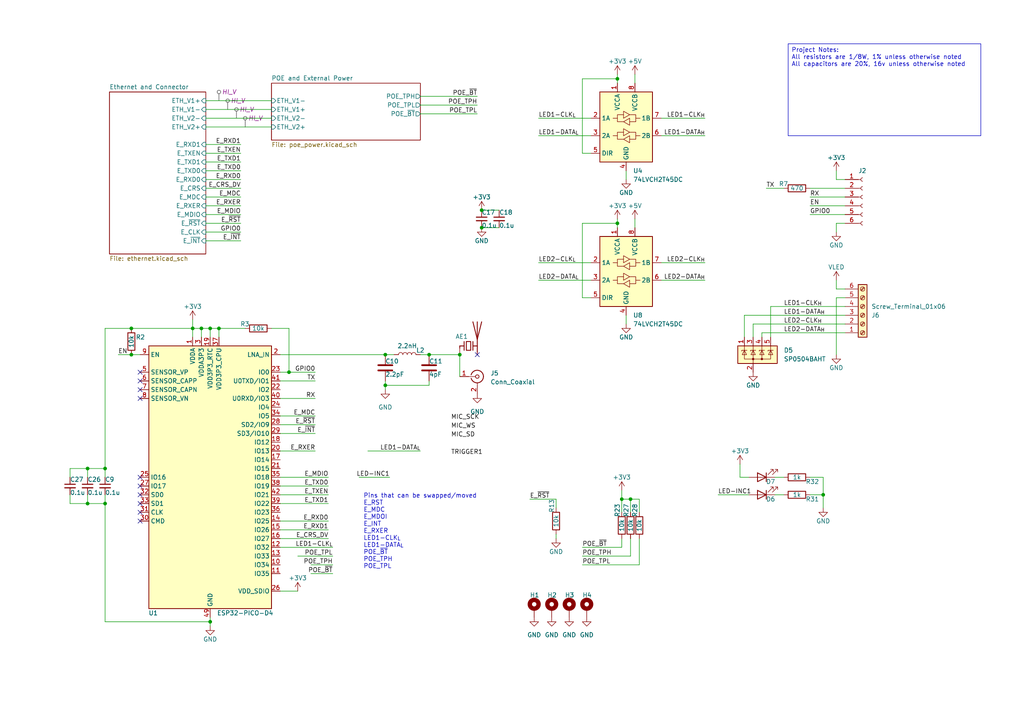
<source format=kicad_sch>
(kicad_sch (version 20230121) (generator eeschema)
  (paper "A4")
  (title_block (title "Addressable LED Controller") (date "2023-07-30") (rev "4.0") (comment 1 "Jamal Bouajjaj"))
  (lib_symbols
    (symbol "Connector:Conn_01x06_Female" (pin_names (offset 1.016) hide)
      (property "Reference" "J" (at 0 7.62 0))
      (property "Value" "Conn_01x06_Female" (at 0 -10.16 0))
      (symbol "Conn_01x06_Female_1_1"
        (arc (start 0 -7.112) (mid -0.5058 -7.62) (end 0 -8.128) (stroke (width 0.1524)))
        (arc (start 0 -4.572) (mid -0.5058 -5.08) (end 0 -5.588) (stroke (width 0.1524)))
        (arc (start 0 -2.032) (mid -0.5058 -2.54) (end 0 -3.048) (stroke (width 0.1524)))
        (polyline (pts (xy -1.27 -7.62) (xy -0.508 -7.62)) (stroke (width 0.1524)))
        (polyline (pts (xy -1.27 -5.08) (xy -0.508 -5.08)) (stroke (width 0.1524)))
        (polyline (pts (xy -1.27 -2.54) (xy -0.508 -2.54)) (stroke (width 0.1524)))
        (polyline (pts (xy -1.27 0) (xy -0.508 0)) (stroke (width 0.1524)))
        (polyline (pts (xy -1.27 2.54) (xy -0.508 2.54)) (stroke (width 0.1524)))
        (polyline (pts (xy -1.27 5.08) (xy -0.508 5.08)) (stroke (width 0.1524)))
        (arc (start 0 0.508) (mid -0.5058 0) (end 0 -0.508) (stroke (width 0.1524)))
        (arc (start 0 3.048) (mid -0.5058 2.54) (end 0 2.032) (stroke (width 0.1524)))
        (arc (start 0 5.588) (mid -0.5058 5.08) (end 0 4.572) (stroke (width 0.1524)))
        (pin passive line (at -5.08 5.08 0) (length 3.81) (name "Pin_1") (number "1"))
        (pin passive line (at -5.08 2.54 0) (length 3.81) (name "Pin_2") (number "2"))
        (pin passive line (at -5.08 0 0) (length 3.81) (name "Pin_3") (number "3"))
        (pin passive line (at -5.08 -2.54 0) (length 3.81) (name "Pin_4") (number "4"))
        (pin passive line (at -5.08 -5.08 0) (length 3.81) (name "Pin_5") (number "5"))
        (pin passive line (at -5.08 -7.62 0) (length 3.81) (name "Pin_6") (number "6"))
      )
    )
    (symbol "Connector:Conn_Coaxial" (pin_names (offset 1.016) hide)
      (property "Reference" "J" (at 0.254 3.048 0))
      (property "Value" "Conn_Coaxial" (at 2.921 0 90))
      (symbol "Conn_Coaxial_0_1"
        (arc (start -1.778 -0.508) (mid 0.2311 -1.8066) (end 1.778 0) (stroke (width 0.254)))
        (polyline (pts (xy -2.54 0) (xy -0.508 0)))
        (polyline (pts (xy 0 -2.54) (xy 0 -1.778)))
        (circle (center 0 0) (radius 0.508) (stroke (width 0.2032)))
        (arc (start 1.778 0) (mid 0.2099 1.8101) (end -1.778 0.508) (stroke (width 0.254)))
      )
      (symbol "Conn_Coaxial_1_1"
        (pin passive line (at -5.08 0 0) (length 2.54) (name "In") (number "1"))
        (pin passive line (at 0 -5.08 90) (length 2.54) (name "Ext") (number "2"))
      )
    )
    (symbol "Connector:Screw_Terminal_01x06" (pin_names (offset 1.016) hide)
      (property "Reference" "J" (at 0 7.62 0))
      (property "Value" "Screw_Terminal_01x06" (at 0 -10.16 0))
      (symbol "Screw_Terminal_01x06_1_1"
        (rectangle (start -1.27 6.35) (end 1.27 -8.89) (stroke (width 0.254)) (fill (type background)))
        (circle (center 0 -7.62) (radius 0.635) (stroke (width 0.1524)))
        (circle (center 0 -5.08) (radius 0.635) (stroke (width 0.1524)))
        (circle (center 0 -2.54) (radius 0.635) (stroke (width 0.1524)))
        (polyline (pts (xy -0.5334 -7.2898) (xy 0.3302 -8.128)) (stroke (width 0.1524)))
        (polyline (pts (xy -0.5334 -4.7498) (xy 0.3302 -5.588)) (stroke (width 0.1524)))
        (polyline (pts (xy -0.5334 -2.2098) (xy 0.3302 -3.048)) (stroke (width 0.1524)))
        (polyline (pts (xy -0.5334 0.3302) (xy 0.3302 -0.508)) (stroke (width 0.1524)))
        (polyline (pts (xy -0.5334 2.8702) (xy 0.3302 2.032)) (stroke (width 0.1524)))
        (polyline (pts (xy -0.5334 5.4102) (xy 0.3302 4.572)) (stroke (width 0.1524)))
        (polyline (pts (xy -0.3556 -7.112) (xy 0.508 -7.9502)) (stroke (width 0.1524)))
        (polyline (pts (xy -0.3556 -4.572) (xy 0.508 -5.4102)) (stroke (width 0.1524)))
        (polyline (pts (xy -0.3556 -2.032) (xy 0.508 -2.8702)) (stroke (width 0.1524)))
        (polyline (pts (xy -0.3556 0.508) (xy 0.508 -0.3302)) (stroke (width 0.1524)))
        (polyline (pts (xy -0.3556 3.048) (xy 0.508 2.2098)) (stroke (width 0.1524)))
        (polyline (pts (xy -0.3556 5.588) (xy 0.508 4.7498)) (stroke (width 0.1524)))
        (circle (center 0 0) (radius 0.635) (stroke (width 0.1524)))
        (circle (center 0 2.54) (radius 0.635) (stroke (width 0.1524)))
        (circle (center 0 5.08) (radius 0.635) (stroke (width 0.1524)))
        (pin passive line (at -5.08 5.08 0) (length 3.81) (name "Pin_1") (number "1"))
        (pin passive line (at -5.08 2.54 0) (length 3.81) (name "Pin_2") (number "2"))
        (pin passive line (at -5.08 0 0) (length 3.81) (name "Pin_3") (number "3"))
        (pin passive line (at -5.08 -2.54 0) (length 3.81) (name "Pin_4") (number "4"))
        (pin passive line (at -5.08 -5.08 0) (length 3.81) (name "Pin_5") (number "5"))
        (pin passive line (at -5.08 -7.62 0) (length 3.81) (name "Pin_6") (number "6"))
      )
    )
    (symbol "Device:Antenna_Chip" (pin_numbers hide) (pin_names (offset 1.016) hide)
      (property "Reference" "AE" (at 0 5.08 0))
      (property "Value" "Antenna_Chip" (at 0 3.175 0))
      (symbol "Antenna_Chip_0_1"
        (polyline (pts (xy -2.54 0) (xy -2.54 -0.635)) (stroke (width 0.254)))
        (polyline (pts (xy -2.54 0) (xy -1.27 0)) (stroke (width 0.254)))
        (polyline (pts (xy 1.27 0) (xy 2.54 0)) (stroke (width 0.254)))
        (polyline (pts (xy 1.27 1.27) (xy 1.27 -1.27)) (stroke (width 0.254)))
        (polyline (pts (xy 2.54 -0.635) (xy 2.54 0)))
        (polyline (pts (xy 2.54 6.985) (xy 2.54 -1.905)) (stroke (width 0.254)))
        (polyline (pts (xy -1.27 1.27) (xy -1.27 -1.27) (xy -1.27 0)) (stroke (width 0.254)))
        (polyline (pts (xy 3.81 6.985) (xy 2.54 1.905) (xy 1.27 6.985)) (stroke (width 0.254)))
        (polyline (pts (xy -0.635 1.27) (xy 0.635 1.27) (xy 0.635 -1.27) (xy -0.635 -1.27) (xy -0.635 1.27)) (stroke (width 0.254)))
      )
      (symbol "Antenna_Chip_1_1"
        (pin input line (at -2.54 -2.54 90) (length 2.54) (name "FEED") (number "1"))
        (pin passive line (at 2.54 -2.54 90) (length 2.54) (name "PCB_Trace") (number "2"))
      )
    )
    (symbol "Device:C" (pin_numbers hide) (pin_names (offset 0.254))
      (property "Reference" "C" (at 0.635 2.54 0))
      (property "Value" "C" (at 0.635 -2.54 0))
      (symbol "C_0_1"
        (polyline (pts (xy -2.032 -0.762) (xy 2.032 -0.762)) (stroke (width 0.508)))
        (polyline (pts (xy -2.032 0.762) (xy 2.032 0.762)) (stroke (width 0.508)))
      )
      (symbol "C_1_1"
        (pin passive line (at 0 3.81 270) (length 2.794) (name "~") (number "1"))
        (pin passive line (at 0 -3.81 90) (length 2.794) (name "~") (number "2"))
      )
    )
    (symbol "Device:C_Small" (pin_numbers hide) (pin_names (offset 0.254) hide)
      (property "Reference" "C" (at 0.254 1.778 0))
      (property "Value" "C_Small" (at 0.254 -2.032 0))
      (symbol "C_Small_0_1"
        (polyline (pts (xy -1.524 -0.508) (xy 1.524 -0.508)) (stroke (width 0.3302)))
        (polyline (pts (xy -1.524 0.508) (xy 1.524 0.508)) (stroke (width 0.3048)))
      )
      (symbol "C_Small_1_1"
        (pin passive line (at 0 2.54 270) (length 2.032) (name "~") (number "1"))
        (pin passive line (at 0 -2.54 90) (length 2.032) (name "~") (number "2"))
      )
    )
    (symbol "Device:L" (pin_numbers hide) (pin_names (offset 1.016) hide)
      (property "Reference" "L" (at -1.27 0 90))
      (property "Value" "L" (at 1.905 0 90))
      (symbol "L_0_1"
        (arc (start 0 -2.54) (mid 0.6323 -1.905) (end 0 -1.27))
        (arc (start 0 -1.27) (mid 0.6323 -0.635) (end 0 0))
        (arc (start 0 0) (mid 0.6323 0.635) (end 0 1.27))
        (arc (start 0 1.27) (mid 0.6323 1.905) (end 0 2.54))
      )
      (symbol "L_1_1"
        (pin passive line (at 0 3.81 270) (length 1.27) (name "1") (number "1"))
        (pin passive line (at 0 -3.81 90) (length 1.27) (name "2") (number "2"))
      )
    )
    (symbol "Device:LED" (pin_numbers hide) (pin_names (offset 1.016) hide)
      (property "Reference" "D" (at 0 2.54 0))
      (property "Value" "LED" (at 0 -2.54 0))
      (symbol "LED_0_1"
        (polyline (pts (xy -1.27 -1.27) (xy -1.27 1.27)) (stroke (width 0.254)))
        (polyline (pts (xy -1.27 0) (xy 1.27 0)))
        (polyline (pts (xy 1.27 -1.27) (xy 1.27 1.27) (xy -1.27 0) (xy 1.27 -1.27)) (stroke (width 0.254)))
        (polyline (pts (xy -3.048 -0.762) (xy -4.572 -2.286) (xy -3.81 -2.286) (xy -4.572 -2.286) (xy -4.572 -1.524)))
        (polyline (pts (xy -1.778 -0.762) (xy -3.302 -2.286) (xy -2.54 -2.286) (xy -3.302 -2.286) (xy -3.302 -1.524)))
      )
      (symbol "LED_1_1"
        (pin passive line (at -3.81 0 0) (length 2.54) (name "K") (number "1"))
        (pin passive line (at 3.81 0 180) (length 2.54) (name "A") (number "2"))
      )
    )
    (symbol "Device:R" (pin_numbers hide) (pin_names (offset 0))
      (property "Reference" "R" (at 2.032 0 90))
      (property "Value" "R" (at 0 0 90))
      (symbol "R_0_1"
        (rectangle (start -1.016 -2.54) (end 1.016 2.54) (stroke (width 0.254)))
      )
      (symbol "R_1_1"
        (pin passive line (at 0 3.81 270) (length 1.27) (name "~") (number "1"))
        (pin passive line (at 0 -3.81 90) (length 1.27) (name "~") (number "2"))
      )
    )
    (symbol "Logic_LevelTranslator:74LVCH2T45DC"
      (property "Reference" "U" (at 6.35 -11.43 0))
      (property "Value" "74LVCH2T45DC" (at 10.16 11.43 0))
      (symbol "74LVCH2T45DC_1_1"
        (rectangle (start -7.62 10.16) (end 7.62 -10.16) (stroke (width 0.254)) (fill (type background)))
        (polyline (pts (xy -2.54 -2.54) (xy -2.54 -1.524) (xy -0.762 -1.524)))
        (polyline (pts (xy -2.54 2.54) (xy -2.54 3.556) (xy -0.762 3.556)))
        (polyline (pts (xy 2.794 -2.54) (xy 2.794 -3.556) (xy 1.016 -3.556)))
        (polyline (pts (xy 2.794 2.54) (xy 2.794 1.524) (xy 1.016 1.524)))
        (polyline (pts (xy -0.762 -3.556) (xy -2.54 -3.556) (xy -2.54 -2.54) (xy -3.81 -2.54)))
        (polyline (pts (xy -0.762 -2.54) (xy -0.762 -0.508) (xy 1.016 -1.524) (xy -0.762 -2.54)))
        (polyline (pts (xy -0.762 1.524) (xy -2.54 1.524) (xy -2.54 2.54) (xy -3.81 2.54)))
        (polyline (pts (xy -0.762 2.54) (xy -0.762 4.572) (xy 1.016 3.556) (xy -0.762 2.54)))
        (polyline (pts (xy 1.016 -1.524) (xy 2.794 -1.524) (xy 2.794 -2.54) (xy 4.064 -2.54)))
        (polyline (pts (xy 1.016 3.556) (xy 2.794 3.556) (xy 2.794 2.54) (xy 4.064 2.54)))
        (polyline (pts (xy 1.016 -2.54) (xy 1.016 -4.318) (xy 1.016 -4.572) (xy -0.762 -3.556) (xy 1.016 -2.54)))
        (polyline (pts (xy 1.016 2.54) (xy 1.016 0.762) (xy 1.016 0.508) (xy -0.762 1.524) (xy 1.016 2.54)))
        (pin power_in line (at -2.54 12.7 270) (length 2.54) (name "VCCA") (number "1"))
        (pin bidirectional line (at -10.16 2.54 0) (length 2.54) (name "1A") (number "2"))
        (pin bidirectional line (at -10.16 -2.54 0) (length 2.54) (name "2A") (number "3"))
        (pin power_in line (at 0 -12.7 90) (length 2.54) (name "GND") (number "4"))
        (pin input line (at -10.16 -7.62 0) (length 2.54) (name "DIR") (number "5"))
        (pin bidirectional line (at 10.16 -2.54 180) (length 2.54) (name "2B") (number "6"))
        (pin bidirectional line (at 10.16 2.54 180) (length 2.54) (name "1B") (number "7"))
        (pin power_in line (at 2.54 12.7 270) (length 2.54) (name "VCCB") (number "8"))
      )
    )
    (symbol "Mechanical:MountingHole_Pad" (pin_numbers hide) (pin_names (offset 1.016) hide)
      (property "Reference" "H" (at 0 6.35 0))
      (property "Value" "MountingHole_Pad" (at 0 4.445 0))
      (symbol "MountingHole_Pad_0_1"
        (circle (center 0 1.27) (radius 1.27) (stroke (width 1.27)))
      )
      (symbol "MountingHole_Pad_1_1"
        (pin input line (at 0 -2.54 90) (length 2.54) (name "1") (number "1"))
      )
    )
    (symbol "Power_Protection:SP0504BAHT" (pin_names hide)
      (property "Reference" "D" (at 7.62 2.54 0))
      (property "Value" "SP0504BAHT" (at 7.62 0.635 0))
      (symbol "SP0504BAHT_0_0"
        (pin passive line (at 0 -5.08 90) (length 2.54) (name "A") (number "2"))
      )
      (symbol "SP0504BAHT_0_1"
        (rectangle (start -4.445 2.54) (end 6.985 -2.54) (stroke (width 0.254)) (fill (type background)))
        (circle (center 0 -1.27) (radius 0.254) (fill (type outline)))
        (polyline (pts (xy -2.54 2.54) (xy -2.54 1.27)))
        (polyline (pts (xy 0 -1.27) (xy 0 -2.54)))
        (polyline (pts (xy 0 -1.27) (xy 0 1.27)))
        (polyline (pts (xy 0 2.54) (xy 0 1.27)))
        (polyline (pts (xy 2.54 2.54) (xy 2.54 1.27)))
        (polyline (pts (xy 5.08 2.54) (xy 5.08 1.27)))
        (polyline (pts (xy -3.302 1.016) (xy -3.302 1.27) (xy -1.778 1.27)))
        (polyline (pts (xy 0.762 1.27) (xy -0.762 1.27) (xy -0.762 1.016)))
        (polyline (pts (xy 5.08 1.27) (xy 5.08 -1.27) (xy 2.54 -1.27)))
        (polyline (pts (xy -2.54 1.27) (xy -2.54 -1.27) (xy 2.54 -1.27) (xy 2.54 1.27)))
        (polyline (pts (xy -2.54 1.27) (xy -1.905 0) (xy -3.175 0) (xy -2.54 1.27)))
        (polyline (pts (xy 0.635 0) (xy -0.635 0) (xy 0 1.27) (xy 0.635 0)))
        (polyline (pts (xy 1.778 1.016) (xy 1.778 1.27) (xy 3.175 1.27) (xy 3.302 1.27)))
        (polyline (pts (xy 2.54 1.27) (xy 1.905 0) (xy 3.175 0) (xy 2.54 1.27)))
        (polyline (pts (xy 4.318 1.016) (xy 4.318 1.27) (xy 5.715 1.27) (xy 5.842 1.27)))
        (polyline (pts (xy 5.08 1.27) (xy 4.445 0) (xy 5.715 0) (xy 5.08 1.27)))
        (circle (center 2.54 -1.27) (radius 0.254) (fill (type outline)))
      )
      (symbol "SP0504BAHT_1_1"
        (pin passive line (at -2.54 5.08 270) (length 2.54) (name "K") (number "1"))
        (pin passive line (at 0 5.08 270) (length 2.54) (name "K") (number "3"))
        (pin passive line (at 2.54 5.08 270) (length 2.54) (name "K") (number "4"))
        (pin passive line (at 5.08 5.08 270) (length 2.54) (name "K") (number "5"))
      )
    )
    (symbol "ProjectLibrary:VLED" (power) (pin_names (offset 0))
      (property "Value" "VLED" (at 0 3.81 0))
      (symbol "VLED_0_1"
        (polyline (pts (xy -0.762 1.27) (xy 0 2.54)))
        (polyline (pts (xy 0 0) (xy 0 2.54)))
        (polyline (pts (xy 0 2.54) (xy 0.762 1.27)))
      )
      (symbol "VLED_1_1"
        (pin power_in line (at 0 0 90) (length 0) hide (name "VLED") (number "1"))
      )
    )
    (symbol "RF_Module:ESP32-PICO-D4"
      (property "Reference" "U" (at -17.78 39.37 0))
      (property "Value" "ESP32-PICO-D4" (at 3.81 39.37 0))
      (symbol "ESP32-PICO-D4_0_0"
        (pin power_in line (at -5.08 40.64 270) (length 2.54) (name "VDDA") (number "1"))
        (pin input line (at 20.32 -25.4 180) (length 2.54) (name "IO34") (number "10"))
        (pin input line (at 20.32 -27.94 180) (length 2.54) (name "IO35") (number "11"))
        (pin bidirectional line (at 20.32 -20.32 180) (length 2.54) (name "IO32") (number "12"))
        (pin bidirectional line (at 20.32 -22.86 180) (length 2.54) (name "IO33") (number "13"))
        (pin bidirectional line (at 20.32 -12.7 180) (length 2.54) (name "IO25") (number "14"))
        (pin bidirectional line (at 20.32 -15.24 180) (length 2.54) (name "IO26") (number "15"))
        (pin bidirectional line (at 20.32 -17.78 180) (length 2.54) (name "IO27") (number "16"))
        (pin bidirectional line (at 20.32 5.08 180) (length 2.54) (name "IO14") (number "17"))
        (pin bidirectional line (at 20.32 10.16 180) (length 2.54) (name "IO12") (number "18"))
        (pin power_in line (at 0 40.64 270) (length 2.54) (name "VDD3P3_RTC") (number "19"))
        (pin bidirectional line (at 20.32 35.56 180) (length 2.54) (name "LNA_IN") (number "2"))
        (pin bidirectional line (at 20.32 7.62 180) (length 2.54) (name "IO13") (number "20"))
        (pin bidirectional line (at 20.32 2.54 180) (length 2.54) (name "IO15") (number "21"))
        (pin bidirectional line (at 20.32 25.4 180) (length 2.54) (name "IO2") (number "22"))
        (pin bidirectional line (at 20.32 30.48 180) (length 2.54) (name "IO0") (number "23"))
        (pin bidirectional line (at 20.32 20.32 180) (length 2.54) (name "IO4") (number "24"))
        (pin bidirectional line (at -20.32 0 0) (length 2.54) (name "IO16") (number "25"))
        (pin power_out line (at 20.32 -33.02 180) (length 2.54) (name "VDD_SDIO") (number "26"))
        (pin bidirectional line (at -20.32 -2.54 0) (length 2.54) (name "IO17") (number "27"))
        (pin bidirectional line (at 20.32 15.24 180) (length 2.54) (name "SD2/IO9") (number "28"))
        (pin bidirectional line (at 20.32 12.7 180) (length 2.54) (name "SD3/IO10") (number "29"))
        (pin power_in line (at -2.54 40.64 270) (length 2.54) (name "VDDA3P3") (number "3"))
        (pin bidirectional line (at -20.32 -12.7 0) (length 2.54) (name "CMD") (number "30"))
        (pin bidirectional line (at -20.32 -10.16 0) (length 2.54) (name "CLK") (number "31"))
        (pin bidirectional line (at -20.32 -5.08 0) (length 2.54) (name "SD0") (number "32"))
        (pin bidirectional line (at -20.32 -7.62 0) (length 2.54) (name "SD1") (number "33"))
        (pin bidirectional line (at 20.32 17.78 180) (length 2.54) (name "IO5") (number "34"))
        (pin bidirectional line (at 20.32 0 180) (length 2.54) (name "IO18") (number "35"))
        (pin bidirectional line (at 20.32 -10.16 180) (length 2.54) (name "IO23") (number "36"))
        (pin power_in line (at 2.54 40.64 270) (length 2.54) (name "VDD3P3_CPU") (number "37"))
        (pin bidirectional line (at 20.32 -2.54 180) (length 2.54) (name "IO19") (number "38"))
        (pin bidirectional line (at 20.32 -7.62 180) (length 2.54) (name "IO22") (number "39"))
        (pin passive line (at -2.54 40.64 270) (length 2.54) hide (name "VDDA3P3") (number "4"))
        (pin bidirectional line (at 20.32 22.86 180) (length 2.54) (name "U0RXD/IO3") (number "40"))
        (pin bidirectional line (at 20.32 27.94 180) (length 2.54) (name "U0TXD/IO1") (number "41"))
        (pin bidirectional line (at 20.32 -5.08 180) (length 2.54) (name "IO21") (number "42"))
        (pin passive line (at -5.08 40.64 270) (length 2.54) hide (name "VDDA") (number "43"))
        (pin no_connect line (at -17.78 -25.4 0) (length 2.54) hide (name "XTAL_N_NC") (number "44"))
        (pin no_connect line (at -17.78 -27.94 0) (length 2.54) hide (name "XTAL_P_NC") (number "45"))
        (pin passive line (at -5.08 40.64 270) (length 2.54) hide (name "VDDA") (number "46"))
        (pin no_connect line (at -17.78 -30.48 0) (length 2.54) hide (name "CAP2_NC") (number "47"))
        (pin no_connect line (at -17.78 -33.02 0) (length 2.54) hide (name "CAP1_NC") (number "48"))
        (pin power_in line (at 0 -40.64 90) (length 2.54) (name "GND") (number "49"))
        (pin input line (at -20.32 30.48 0) (length 2.54) (name "SENSOR_VP") (number "5"))
        (pin input line (at -20.32 27.94 0) (length 2.54) (name "SENSOR_CAPP") (number "6"))
        (pin input line (at -20.32 25.4 0) (length 2.54) (name "SENSOR_CAPN") (number "7"))
        (pin input line (at -20.32 22.86 0) (length 2.54) (name "SENSOR_VN") (number "8"))
        (pin input line (at -20.32 35.56 0) (length 2.54) (name "EN") (number "9"))
      )
      (symbol "ESP32-PICO-D4_0_1"
        (rectangle (start -17.78 38.1) (end 17.78 -38.1) (stroke (width 0.254)) (fill (type background)))
      )
    )
    (symbol "power:+3.3V" (power) (pin_names (offset 0))
      (property "Value" "+3.3V" (at 0 3.556 0))
      (symbol "+3.3V_0_1"
        (polyline (pts (xy -0.762 1.27) (xy 0 2.54)))
        (polyline (pts (xy 0 0) (xy 0 2.54)))
        (polyline (pts (xy 0 2.54) (xy 0.762 1.27)))
      )
      (symbol "+3.3V_1_1"
        (pin power_in line (at 0 0 90) (length 0) hide (name "+3V3") (number "1"))
      )
    )
    (symbol "power:+3V3" (power) (pin_names (offset 0))
      (property "Value" "+3V3" (at 0 3.556 0))
      (symbol "+3V3_0_1"
        (polyline (pts (xy -0.762 1.27) (xy 0 2.54)))
        (polyline (pts (xy 0 0) (xy 0 2.54)))
        (polyline (pts (xy 0 2.54) (xy 0.762 1.27)))
      )
      (symbol "+3V3_1_1"
        (pin power_in line (at 0 0 90) (length 0) hide (name "+3V3") (number "1"))
      )
    )
    (symbol "power:+5V" (power) (pin_names (offset 0))
      (property "Value" "+5V" (at 0 3.556 0))
      (symbol "+5V_0_1"
        (polyline (pts (xy -0.762 1.27) (xy 0 2.54)))
        (polyline (pts (xy 0 0) (xy 0 2.54)))
        (polyline (pts (xy 0 2.54) (xy 0.762 1.27)))
      )
      (symbol "+5V_1_1"
        (pin power_in line (at 0 0 90) (length 0) hide (name "+5V") (number "1"))
      )
    )
    (symbol "power:GND" (power) (pin_names (offset 0))
      (property "Value" "GND" (at 0 -3.81 0))
      (symbol "GND_0_1"
        (polyline (pts (xy 0 0) (xy 0 -1.27) (xy 1.27 -1.27) (xy 0 -2.54) (xy -1.27 -1.27) (xy 0 -1.27)))
      )
      (symbol "GND_1_1"
        (pin power_in line (at 0 0 270) (length 0) hide (name "GND") (number "1"))
      )
    )
  )
  (junction (at 55.88 95.25) (diameter 0.9144))
  (junction (at 38.1 102.87))
  (junction (at 238.76 143.51))
  (junction (at 60.96 95.25) (diameter 0.9144))
  (junction (at 180.34 144.78))
  (junction (at 30.48 135.89))
  (junction (at 179.07 64.77))
  (junction (at 182.88 144.78))
  (junction (at 139.7 66.04))
  (junction (at 139.7 60.96))
  (junction (at 60.96 180.34) (diameter 0.9144))
  (junction (at 111.76 111.76) (diameter 0.9144))
  (junction (at 30.48 146.05))
  (junction (at 25.4 146.05))
  (junction (at 83.82 107.95))
  (junction (at 25.4 135.89))
  (junction (at 111.76 102.87) (diameter 0.9144))
  (junction (at 179.07 22.86))
  (junction (at 63.5 95.25))
  (junction (at 133.35 102.87))
  (junction (at 58.42 95.25) (diameter 0.9144))
  (junction (at 124.46 102.87) (diameter 0.9144))
  (junction (at 38.1 95.25))
  (no_connect (at 40.64 140.97))
  (no_connect (at 40.64 113.03))
  (no_connect (at 40.64 107.95))
  (no_connect (at 40.64 146.05))
  (no_connect (at 40.64 138.43))
  (no_connect (at 40.64 148.59))
  (no_connect (at 40.64 115.57))
  (no_connect (at 40.64 151.13))
  (no_connect (at 40.64 110.49))
  (no_connect (at 138.43 102.87))
  (no_connect (at 40.64 143.51))
  (wire (pts (xy 69.85 49.53) (xy 59.69 49.53)))
  (wire (pts (xy 234.95 138.43) (xy 238.76 138.43)))
  (wire (pts (xy 58.42 95.25) (xy 60.96 95.25)))
  (wire (pts (xy 234.95 62.23) (xy 245.11 62.23)))
  (wire (pts (xy 69.85 44.45) (xy 59.69 44.45)))
  (wire (pts (xy 242.57 81.28) (xy 242.57 83.82)))
  (wire (pts (xy 86.36 171.45) (xy 81.28 171.45)))
  (wire (pts (xy 96.52 166.37) (xy 90.17 166.37)))
  (wire (pts (xy 69.85 54.61) (xy 59.69 54.61)))
  (wire (pts (xy 34.29 102.87) (xy 38.1 102.87)))
  (wire (pts (xy 156.21 39.37) (xy 171.45 39.37)))
  (wire (pts (xy 69.85 41.91) (xy 59.69 41.91)))
  (wire (pts (xy 20.32 146.05) (xy 25.4 146.05)))
  (wire (pts (xy 171.45 44.45) (xy 168.91 44.45)))
  (wire (pts (xy 124.46 110.49) (xy 124.46 111.76)))
  (wire (pts (xy 83.82 95.25) (xy 83.82 107.95)))
  (wire (pts (xy 218.44 97.79) (xy 218.44 93.98)))
  (wire (pts (xy 224.79 143.51) (xy 227.33 143.51)))
  (wire (pts (xy 179.07 64.77) (xy 179.07 66.04)))
  (wire (pts (xy 30.48 143.51) (xy 30.48 146.05)))
  (wire (pts (xy 86.36 161.29) (xy 96.52 161.29)))
  (wire (pts (xy 95.25 151.13) (xy 81.28 151.13)))
  (wire (pts (xy 171.45 86.36) (xy 168.91 86.36)))
  (wire (pts (xy 156.21 81.28) (xy 171.45 81.28)))
  (wire (pts (xy 121.92 130.81) (xy 106.68 130.81)))
  (wire (pts (xy 168.91 44.45) (xy 168.91 22.86)))
  (wire (pts (xy 111.76 111.76) (xy 111.76 110.49)))
  (wire (pts (xy 83.82 107.95) (xy 91.44 107.95)))
  (wire (pts (xy 38.1 102.87) (xy 40.64 102.87)))
  (wire (pts (xy 55.88 95.25) (xy 58.42 95.25)))
  (wire (pts (xy 161.29 144.78) (xy 161.29 147.32)))
  (wire (pts (xy 180.34 144.78) (xy 180.34 148.59)))
  (wire (pts (xy 81.28 102.87) (xy 111.76 102.87)))
  (wire (pts (xy 185.42 144.78) (xy 185.42 148.59)))
  (wire (pts (xy 184.15 21.59) (xy 184.15 24.13)))
  (wire (pts (xy 69.85 46.99) (xy 59.69 46.99)))
  (wire (pts (xy 60.96 180.34) (xy 60.96 179.07)))
  (wire (pts (xy 168.91 86.36) (xy 168.91 64.77)))
  (wire (pts (xy 25.4 143.51) (xy 25.4 146.05)))
  (wire (pts (xy 60.96 95.25) (xy 60.96 97.79)))
  (wire (pts (xy 181.61 49.53) (xy 181.61 52.07)))
  (wire (pts (xy 121.92 33.02) (xy 138.43 33.02)))
  (wire (pts (xy 81.28 125.73) (xy 91.44 125.73)))
  (wire (pts (xy 25.4 135.89) (xy 30.48 135.89)))
  (wire (pts (xy 96.52 163.83) (xy 90.17 163.83)))
  (wire (pts (xy 182.88 156.21) (xy 182.88 161.29)))
  (wire (pts (xy 168.91 64.77) (xy 179.07 64.77)))
  (wire (pts (xy 91.44 130.81) (xy 81.28 130.81)))
  (wire (pts (xy 223.52 97.79) (xy 223.52 88.9)))
  (wire (pts (xy 69.85 57.15) (xy 59.69 57.15)))
  (wire (pts (xy 139.7 60.96) (xy 144.78 60.96)))
  (wire (pts (xy 179.07 63.5) (xy 179.07 64.77)))
  (wire (pts (xy 81.28 120.65) (xy 91.44 120.65)))
  (wire (pts (xy 242.57 49.53) (xy 242.57 52.07)))
  (wire (pts (xy 242.57 52.07) (xy 245.11 52.07)))
  (wire (pts (xy 95.25 143.51) (xy 81.28 143.51)))
  (wire (pts (xy 156.21 76.2) (xy 171.45 76.2)))
  (wire (pts (xy 180.34 144.78) (xy 182.88 144.78)))
  (wire (pts (xy 63.5 95.25) (xy 60.96 95.25)))
  (wire (pts (xy 59.69 36.83) (xy 78.74 36.83)))
  (wire (pts (xy 121.92 27.94) (xy 138.43 27.94)))
  (wire (pts (xy 191.77 81.28) (xy 204.47 81.28)))
  (wire (pts (xy 180.34 142.24) (xy 180.34 144.78)))
  (wire (pts (xy 63.5 95.25) (xy 63.5 97.79)))
  (wire (pts (xy 58.42 95.25) (xy 58.42 97.79)))
  (wire (pts (xy 25.4 146.05) (xy 30.48 146.05)))
  (wire (pts (xy 60.96 181.61) (xy 60.96 180.34)))
  (wire (pts (xy 234.95 57.15) (xy 245.11 57.15)))
  (wire (pts (xy 222.25 54.61) (xy 227.33 54.61)))
  (wire (pts (xy 185.42 163.83) (xy 168.91 163.83)))
  (wire (pts (xy 55.88 92.71) (xy 55.88 95.25)))
  (wire (pts (xy 30.48 135.89) (xy 30.48 138.43)))
  (wire (pts (xy 242.57 86.36) (xy 242.57 102.87)))
  (wire (pts (xy 113.03 138.43) (xy 104.14 138.43)))
  (wire (pts (xy 238.76 143.51) (xy 238.76 147.32)))
  (wire (pts (xy 208.28 143.51) (xy 217.17 143.51)))
  (wire (pts (xy 30.48 146.05) (xy 30.48 180.34)))
  (wire (pts (xy 20.32 138.43) (xy 20.32 135.89)))
  (wire (pts (xy 182.88 144.78) (xy 185.42 144.78)))
  (wire (pts (xy 55.88 95.25) (xy 55.88 97.79)))
  (wire (pts (xy 95.25 153.67) (xy 81.28 153.67)))
  (wire (pts (xy 185.42 163.83) (xy 185.42 156.21)))
  (wire (pts (xy 191.77 76.2) (xy 204.47 76.2)))
  (wire (pts (xy 179.07 21.59) (xy 179.07 22.86)))
  (wire (pts (xy 153.67 144.78) (xy 161.29 144.78)))
  (wire (pts (xy 242.57 64.77) (xy 245.11 64.77)))
  (wire (pts (xy 242.57 67.31) (xy 242.57 64.77)))
  (wire (pts (xy 81.28 115.57) (xy 91.44 115.57)))
  (wire (pts (xy 214.63 138.43) (xy 217.17 138.43)))
  (wire (pts (xy 215.9 91.44) (xy 245.11 91.44)))
  (wire (pts (xy 220.98 96.52) (xy 245.11 96.52)))
  (wire (pts (xy 69.85 62.23) (xy 59.69 62.23)))
  (wire (pts (xy 95.25 156.21) (xy 81.28 156.21)))
  (wire (pts (xy 223.52 88.9) (xy 245.11 88.9)))
  (wire (pts (xy 180.34 156.21) (xy 180.34 158.75)))
  (wire (pts (xy 63.5 95.25) (xy 71.12 95.25)))
  (wire (pts (xy 78.74 95.25) (xy 83.82 95.25)))
  (wire (pts (xy 215.9 97.79) (xy 215.9 91.44)))
  (wire (pts (xy 179.07 22.86) (xy 179.07 24.13)))
  (wire (pts (xy 124.46 102.87) (xy 133.35 102.87)))
  (wire (pts (xy 156.21 34.29) (xy 171.45 34.29)))
  (wire (pts (xy 30.48 95.25) (xy 38.1 95.25)))
  (wire (pts (xy 96.52 158.75) (xy 81.28 158.75)))
  (wire (pts (xy 180.34 158.75) (xy 168.91 158.75)))
  (wire (pts (xy 224.79 138.43) (xy 227.33 138.43)))
  (wire (pts (xy 81.28 138.43) (xy 95.25 138.43)))
  (wire (pts (xy 121.92 30.48) (xy 138.43 30.48)))
  (wire (pts (xy 81.28 123.19) (xy 91.44 123.19)))
  (wire (pts (xy 59.69 29.21) (xy 78.74 29.21)))
  (wire (pts (xy 191.77 39.37) (xy 204.47 39.37)))
  (wire (pts (xy 220.98 96.52) (xy 220.98 97.79)))
  (wire (pts (xy 25.4 138.43) (xy 25.4 135.89)))
  (wire (pts (xy 59.69 31.75) (xy 78.74 31.75)))
  (wire (pts (xy 59.69 64.77) (xy 69.85 64.77)))
  (wire (pts (xy 111.76 111.76) (xy 111.76 113.03)))
  (wire (pts (xy 38.1 95.25) (xy 55.88 95.25)))
  (wire (pts (xy 214.63 134.62) (xy 214.63 138.43)))
  (wire (pts (xy 234.95 59.69) (xy 245.11 59.69)))
  (wire (pts (xy 234.95 54.61) (xy 245.11 54.61)))
  (wire (pts (xy 238.76 138.43) (xy 238.76 143.51)))
  (wire (pts (xy 124.46 111.76) (xy 111.76 111.76)))
  (wire (pts (xy 59.69 67.31) (xy 69.85 67.31)))
  (wire (pts (xy 181.61 91.44) (xy 181.61 93.98)))
  (wire (pts (xy 20.32 143.51) (xy 20.32 146.05)))
  (wire (pts (xy 20.32 135.89) (xy 25.4 135.89)))
  (wire (pts (xy 191.77 34.29) (xy 204.47 34.29)))
  (wire (pts (xy 245.11 86.36) (xy 242.57 86.36)))
  (wire (pts (xy 234.95 143.51) (xy 238.76 143.51)))
  (wire (pts (xy 133.35 102.87) (xy 133.35 109.22)))
  (wire (pts (xy 139.7 66.04) (xy 144.78 66.04)))
  (wire (pts (xy 30.48 180.34) (xy 60.96 180.34)))
  (wire (pts (xy 161.29 156.21) (xy 161.29 154.94)))
  (wire (pts (xy 95.25 140.97) (xy 81.28 140.97)))
  (wire (pts (xy 81.28 107.95) (xy 83.82 107.95)))
  (wire (pts (xy 182.88 161.29) (xy 168.91 161.29)))
  (wire (pts (xy 242.57 83.82) (xy 245.11 83.82)))
  (wire (pts (xy 30.48 95.25) (xy 30.48 135.89)))
  (wire (pts (xy 218.44 93.98) (xy 245.11 93.98)))
  (wire (pts (xy 69.85 52.07) (xy 59.69 52.07)))
  (wire (pts (xy 182.88 144.78) (xy 182.88 148.59)))
  (wire (pts (xy 184.15 63.5) (xy 184.15 66.04)))
  (wire (pts (xy 121.92 102.87) (xy 124.46 102.87)))
  (wire (pts (xy 111.76 102.87) (xy 114.3 102.87)))
  (wire (pts (xy 95.25 146.05) (xy 81.28 146.05)))
  (wire (pts (xy 168.91 22.86) (xy 179.07 22.86)))
  (wire (pts (xy 59.69 69.85) (xy 69.85 69.85)))
  (wire (pts (xy 59.69 34.29) (xy 78.74 34.29)))
  (wire (pts (xy 81.28 110.49) (xy 91.44 110.49)))
  (wire (pts (xy 69.85 59.69) (xy 59.69 59.69)))
  (text_box "Project Notes:\nAll resistors are 1/8W, 1% unless otherwise noted\nAll capacitors are 20%, 16v unless otherwise noted" (at 228.6 12.7 0) (size 55.88 26.67) (effects (font (size 1.27 1.27)) (justify left top)))
  (text "Pins that can be swapped/moved\nE_RST\nE_MDC\nE_MDOI\nE_INT\nE_RXER\nLED1-CLK_{L}\nLED1-DATA_{L}\nPOE_~{BT}\nPOE_TPH\nPOE_TPL" (at 105.41 165.1 0) (effects (font (size 1.27 1.27)) (justify left bottom)))
  (label "E_~{INT}" (at 91.44 125.73 180))
  (label "E_MDC" (at 91.44 120.65 180))
  (label "TRIGGER1" (at 130.81 132.08 0))
  (label "TX" (at 222.25 54.61 0))
  (label "RX" (at 234.95 57.15 0))
  (label "LED-INC1" (at 208.28 143.51 0))
  (label "MIC_SD" (at 130.81 127 0))
  (label "E_RXD0" (at 95.25 151.13 180))
  (label "E_TXD0" (at 95.25 140.97 180))
  (label "EN" (at 34.29 102.87 0))
  (label "POE_TPH" (at 168.91 161.29 0))
  (label "LED2-DATA_{L}" (at 156.21 81.28 0))
  (label "LED-INC1" (at 113.03 138.43 180))
  (label "E_RXER" (at 69.85 59.69 180))
  (label "LED1-CLK_{H}" (at 227.33 88.9 0))
  (label "LED1-DATA_{H}" (at 227.33 91.44 0))
  (label "E_RXER" (at 91.44 130.81 180))
  (label "POE_TPL" (at 96.52 161.29 180))
  (label "LED2-CLK_{H}" (at 227.33 93.98 0))
  (label "LED1-CLK_{L}" (at 156.21 34.29 0))
  (label "POE_~{BT}" (at 96.52 166.37 180))
  (label "E_TXEN" (at 69.85 44.45 180))
  (label "MIC_WS" (at 130.81 124.46 0))
  (label "POE_TPH" (at 138.43 30.48 180))
  (label "E_RXD1" (at 95.25 153.67 180))
  (label "E_MDC" (at 69.85 57.15 180))
  (label "E_RXD1" (at 69.85 41.91 180))
  (label "POE_~{BT}" (at 138.43 27.94 180))
  (label "E_~{RST}" (at 91.44 123.19 180))
  (label "LED1-DATA_{L}" (at 156.21 39.37 0))
  (label "LED2-CLK_{H}" (at 204.47 76.2 180))
  (label "TX" (at 91.44 110.49 180))
  (label "LED1-CLK_{L}" (at 96.52 158.75 180))
  (label "E_MDIO" (at 95.25 138.43 180))
  (label "E_TXD1" (at 95.25 146.05 180))
  (label "LED2-DATA_{H}" (at 204.47 81.28 180))
  (label "E_~{INT}" (at 69.85 69.85 180))
  (label "RX" (at 91.44 115.57 180))
  (label "GPIO0" (at 91.44 107.95 180))
  (label "GPIO0" (at 234.95 62.23 0))
  (label "E_CRS_DV" (at 69.85 54.61 180))
  (label "E_~{RST}" (at 153.67 144.78 0))
  (label "EN" (at 234.95 59.69 0))
  (label "GPIO0" (at 69.85 67.31 180))
  (label "E_CRS_DV" (at 95.25 156.21 180))
  (label "LED1-DATA_{H}" (at 204.47 39.37 180))
  (label "LED1-DATA_{L}" (at 121.92 130.81 180))
  (label "LED2-CLK_{L}" (at 156.21 76.2 0))
  (label "E_RXD0" (at 69.85 52.07 180))
  (label "POE_TPH" (at 96.52 163.83 180))
  (label "POE_~{BT}" (at 168.91 158.75 0))
  (label "LED1-CLK_{H}" (at 204.47 34.29 180))
  (label "E_TXEN" (at 95.25 143.51 180))
  (label "E_TXD0" (at 69.85 49.53 180))
  (label "POE_TPL" (at 168.91 163.83 0))
  (label "E_MDIO" (at 69.85 62.23 180))
  (label "LED2-DATA_{H}" (at 227.33 96.52 0))
  (label "E_~{RST}" (at 69.85 64.77 180))
  (label "MIC_SCK" (at 130.81 121.92 0))
  (label "POE_TPL" (at 138.43 33.02 180))
  (label "E_TXD1" (at 69.85 46.99 180))
  (netclass_flag "" (length 2.54) (shape round) (at 68.58 34.29 0) (property "Netclass" "HI_V" (at 69.469 31.75 0) (effects (font italic) (justify left))))
  (netclass_flag "" (length 2.54) (shape round) (at 71.12 36.83 0) (property "Netclass" "HI_V" (at 72.009 34.29 0) (effects (font italic) (justify left))))
  (netclass_flag "" (length 2.54) (shape round) (at 66.04 31.75 0) (property "Netclass" "HI_V" (at 66.929 29.21 0) (effects (font italic) (justify left))))
  (netclass_flag "" (length 2.54) (shape round) (at 63.5 29.21 0) (property "Netclass" "HI_V" (at 64.389 26.67 0) (effects (font italic) (justify left))))
  (symbol (lib_id "power:GND") (at 170.18 179.07 0) (unit 1)
    (property "Reference" "#PWR048" (effects hide))
    (property "Value" "GND" (at 170.18 184.15 0))
  )
  (symbol (lib_id "power:GND") (at 218.44 107.95 0) (unit 1)
    (property "Reference" "#PWR049" (effects hide))
    (property "Value" "GND" (at 218.44 111.76 0))
  )
  (symbol (lib_id "power:GND") (at 165.1 179.07 0) (unit 1)
    (property "Reference" "#PWR037" (effects hide))
    (property "Value" "GND" (at 165.1 184.15 0))
  )
  (symbol (lib_id "power:+3V3") (at 180.34 142.24 0) (unit 1)
    (property "Reference" "#PWR025" (effects hide))
    (property "Value" "+3V3" (at 180.34 138.43 0))
  )
  (symbol (lib_id "power:+3.3V") (at 242.57 49.53 0) (unit 1)
    (property "Reference" "#PWR07" (effects hide))
    (property "Value" "+3.3V" (at 242.57 45.72 0))
  )
  (symbol (lib_id "power:+3.3V") (at 179.07 21.59 0) (unit 1)
    (property "Reference" "#PWR08" (effects hide))
    (property "Value" "+3.3V" (at 179.07 17.78 0))
  )
  (symbol (lib_id "power:GND") (at 138.43 114.3 0) (unit 1)
    (property "Reference" "#PWR045" (effects hide))
    (property "Value" "GND" (at 138.43 119.38 0))
  )
  (symbol (lib_id "power:+3.3V") (at 139.7 60.96 0) (unit 1)
    (property "Reference" "#PWR046" (effects hide))
    (property "Value" "+3.3V" (at 139.7 57.15 0))
  )
  (symbol (lib_id "Device:R") (at 231.14 143.51 270) (unit 1)
    (property "Reference" "R31" (at 233.68 144.78 90) (effects (justify left)))
    (property "Value" "1k" (at 231.14 143.51 90))
    (property "Footprint" "Resistor_SMD:R_0805_2012Metric" (effects hide))
  )
  (symbol (lib_id "Mechanical:MountingHole_Pad") (at 165.1 176.53 0) (unit 1)
    (property "Reference" "H3" (at 163.83 172.5929 0) (effects (justify left)))
    (property "Value" "MountingHole_Pad" (effects hide))
    (property "Footprint" "MountingHole:MountingHole_3.2mm_M3_DIN965_Pad" (effects hide))
  )
  (symbol (lib_id "Logic_LevelTranslator:74LVCH2T45DC") (at 181.61 36.83 0) (unit 1)
    (property "Reference" "U4" (at 183.6294 49.53 0) (effects (justify left)))
    (property "Value" "74LVCH2T45DC" (at 183.6294 52.07 0) (effects (justify left)))
    (property "Footprint" "Package_SO:VSSOP-8_2.3x2mm_P0.5mm" (effects hide))
    (property "Datasheet" "https://assets.nexperia.com/documents/data-sheet/74LVC_LVCH2T45.pdf" (effects hide))
  )
  (symbol (lib_id "Device:C_Small") (at 139.7 63.5 0) (unit 1)
    (property "Reference" "C17" (at 139.7 61.595 0) (effects (justify left)))
    (property "Value" "0.1u" (at 139.7 65.405 0) (effects (justify left)))
    (property "Footprint" "Capacitor_SMD:C_0805_2012Metric" (effects hide))
  )
  (symbol (lib_id "power:GND") (at 60.96 181.61 0) (unit 1)
    (property "Reference" "#PWR02" (effects hide))
    (property "Value" "GND" (at 60.96 185.42 0))
  )
  (symbol (lib_id "power:GND") (at 111.76 113.03 0) (unit 1)
    (property "Reference" "#PWR04" (effects hide))
    (property "Value" "GND" (at 111.76 118.11 0))
  )
  (symbol (lib_id "power:+3V3") (at 55.88 92.71 0) (unit 1)
    (property "Reference" "#PWR01" (effects hide))
    (property "Value" "+3V3" (at 55.88 88.9 0))
  )
  (symbol (lib_id "Device:Antenna_Chip") (at 135.89 100.33 0) (unit 1)
    (property "Reference" "AE1" (at 132.08 97.5994 0) (effects (justify left)))
    (property "Value" "Antenna_Chip" (effects hide))
    (property "Footprint" "RF_Antenna:Johanson_2450AT43F0100" (effects hide))
  )
  (symbol (lib_id "power:GND") (at 181.61 93.98 0) (unit 1)
    (property "Reference" "#PWR042" (effects hide))
    (property "Value" "GND" (at 181.61 97.79 0))
  )
  (symbol (lib_id "Connector:Conn_Coaxial") (at 138.43 109.22 0) (unit 1)
    (property "Reference" "J5" (at 142.24 108.2432 0) (effects (justify left)))
    (property "Value" "Conn_Coaxial" (at 142.24 110.7832 0) (effects (justify left)))
    (property "Footprint" "Connector_Coaxial:SMA_Amphenol_901-143_Horizontal" (effects hide))
    (property "Datasheet" " ~" (effects hide))
  )
  (symbol (lib_id "Device:R") (at 161.29 151.13 0) (mirror x) (unit 1)
    (property "Reference" "R13" (at 160.02 144.78 90) (effects (justify left)))
    (property "Value" "10k" (at 161.29 151.13 90))
    (property "Footprint" "Resistor_SMD:R_0805_2012Metric" (effects hide))
  )
  (symbol (lib_id "Connector:Conn_01x06_Female") (at 250.19 57.15 0) (unit 1)
    (property "Reference" "J2" (at 248.92 49.5299 0) (effects (justify left)))
    (property "Value" "Conn_01x06_Female" (effects hide))
    (property "Footprint" "Connector:Tag-Connect_TC2030-IDC-NL_2x03_P1.27mm_Vertical" (effects hide))
  )
  (symbol (lib_id "power:GND") (at 139.7 66.04 0) (unit 1)
    (property "Reference" "#PWR0108" (effects hide))
    (property "Value" "GND" (at 139.7 69.85 0))
  )
  (symbol (lib_id "power:+3.3V") (at 179.07 63.5 0) (unit 1)
    (property "Reference" "#PWR040" (effects hide))
    (property "Value" "+3.3V" (at 179.07 59.69 0))
  )
  (symbol (lib_id "Device:LED") (at 220.98 143.51 180) (unit 1)
    (property "Reference" "D6" (at 223.52 144.78 0))
    (property "Value" "LED" (effects hide))
    (property "Footprint" "LED_THT:LED_D5.0mm" (effects hide))
  )
  (symbol (lib_id "Device:R") (at 231.14 138.43 270) (unit 1)
    (property "Reference" "R32" (at 233.68 139.7 90) (effects (justify left)))
    (property "Value" "1k" (at 231.14 138.43 90))
    (property "Footprint" "Resistor_SMD:R_0805_2012Metric" (effects hide))
  )
  (symbol (lib_id "power:+5V") (at 184.15 63.5 0) (unit 1)
    (property "Reference" "#PWR041" (effects hide))
    (property "Value" "+5V" (at 184.15 59.69 0))
  )
  (symbol (lib_id "Device:R") (at 38.1 99.06 0) (unit 1)
    (property "Reference" "R2" (at 39.37 97.79 0) (effects (justify left)))
    (property "Value" "10k" (at 38.1 99.0599 90))
    (property "Footprint" "Resistor_SMD:R_0805_2012Metric_Pad1.20x1.40mm_HandSolder" (effects hide))
  )
  (symbol (lib_id "Logic_LevelTranslator:74LVCH2T45DC") (at 181.61 78.74 0) (unit 1)
    (property "Reference" "U8" (at 183.6294 91.44 0) (effects (justify left)))
    (property "Value" "74LVCH2T45DC" (at 183.6294 93.98 0) (effects (justify left)))
    (property "Footprint" "Package_SO:VSSOP-8_2.3x2mm_P0.5mm" (effects hide))
    (property "Datasheet" "https://assets.nexperia.com/documents/data-sheet/74LVC_LVCH2T45.pdf" (effects hide))
  )
  (symbol (lib_id "Device:C_Small") (at 30.48 140.97 0) (unit 1)
    (property "Reference" "C9" (at 30.48 139.065 0) (effects (justify left)))
    (property "Value" "0.1u" (at 30.48 142.875 0) (effects (justify left)))
    (property "Footprint" "Capacitor_SMD:C_0805_2012Metric" (effects hide))
  )
  (symbol (lib_id "power:+3V3") (at 86.36 171.45 0) (unit 1)
    (property "Reference" "#PWR03" (effects hide))
    (property "Value" "+3V3" (at 86.36 167.64 0))
  )
  (symbol (lib_id "Device:LED") (at 220.98 138.43 180) (unit 1)
    (property "Reference" "D7" (at 223.52 139.7 0))
    (property "Value" "LED" (effects hide))
    (property "Footprint" "LED_THT:LED_D5.0mm" (effects hide))
  )
  (symbol (lib_id "power:GND") (at 181.61 52.07 0) (unit 1)
    (property "Reference" "#PWR047" (effects hide))
    (property "Value" "GND" (at 181.61 55.88 0))
  )
  (symbol (lib_id "Device:R") (at 185.42 152.4 0) (mirror x) (unit 1)
    (property "Reference" "R28" (at 184.15 146.05 90) (effects (justify left)))
    (property "Value" "10k" (at 185.42 152.4 90))
    (property "Footprint" "Resistor_SMD:R_0805_2012Metric" (effects hide))
  )
  (symbol (lib_id "Mechanical:MountingHole_Pad") (at 160.02 176.53 0) (unit 1)
    (property "Reference" "H2" (at 158.75 172.5929 0) (effects (justify left)))
    (property "Value" "MountingHole_Pad" (effects hide))
    (property "Footprint" "MountingHole:MountingHole_3.2mm_M3_DIN965_Pad" (effects hide))
  )
  (symbol (lib_id "Power_Protection:SP0504BAHT") (at 218.44 102.87 0) (unit 1)
    (property "Reference" "D5" (at 227.33 101.6 0) (effects (justify left)))
    (property "Value" "SP0504BAHT" (at 227.33 104.14 0) (effects (justify left)))
    (property "Footprint" "Package_TO_SOT_SMD:SOT-23-5" (effects hide))
    (property "Datasheet" "http://www.littelfuse.com/~/media/files/littelfuse/technical%20resources/documents/data%20sheets/sp05xxba.pdf" (effects hide))
  )
  (symbol (lib_id "power:GND") (at 154.94 179.07 0) (unit 1)
    (property "Reference" "#PWR0102" (effects hide))
    (property "Value" "GND" (at 154.94 184.15 0))
  )
  (symbol (lib_id "Device:R") (at 182.88 152.4 0) (mirror x) (unit 1)
    (property "Reference" "R27" (at 181.61 146.05 90) (effects (justify left)))
    (property "Value" "10k" (at 182.88 152.4 90))
    (property "Footprint" "Resistor_SMD:R_0805_2012Metric" (effects hide))
  )
  (symbol (lib_id "Device:R") (at 231.14 54.61 90) (unit 1)
    (property "Reference" "R7" (at 228.5999 53.34 90) (effects (justify left)))
    (property "Value" "470" (at 231.1399 54.61 90))
    (property "Footprint" "Resistor_SMD:R_0805_2012Metric" (effects hide))
  )
  (symbol (lib_id "Device:C_Small") (at 20.32 140.97 0) (unit 1)
    (property "Reference" "C27" (at 20.32 139.065 0) (effects (justify left)))
    (property "Value" "0.1u" (at 20.32 142.875 0) (effects (justify left)))
    (property "Footprint" "Capacitor_SMD:C_0805_2012Metric" (effects hide))
  )
  (symbol (lib_id "power:GND") (at 242.57 102.87 0) (unit 1)
    (property "Reference" "#PWR021" (effects hide))
    (property "Value" "GND" (at 242.57 106.68 0))
  )
  (symbol (lib_id "power:GND") (at 238.76 147.32 0) (unit 1)
    (property "Reference" "#PWR017" (effects hide))
    (property "Value" "GND" (at 238.76 151.13 0))
  )
  (symbol (lib_id "power:GND") (at 242.57 67.31 0) (unit 1)
    (property "Reference" "#PWR010" (effects hide))
    (property "Value" "GND" (at 242.57 71.12 0))
  )
  (symbol (lib_id "Connector:Screw_Terminal_01x06") (at 250.19 91.44 0) (mirror x) (unit 1)
    (property "Reference" "J6" (at 252.73 91.44 0) (effects (justify left)))
    (property "Value" "Screw_Terminal_01x06" (at 252.73 88.9 0) (effects (justify left)))
    (property "Footprint" "Connector_Phoenix_MC:PhoenixContact_MC_1,5_6-GF-3.5_1x06_P3.50mm_Horizontal_ThreadedFlange_MountHole" (effects hide))
  )
  (symbol (lib_id "Device:C_Small") (at 25.4 140.97 0) (unit 1)
    (property "Reference" "C26" (at 25.4 139.065 0) (effects (justify left)))
    (property "Value" "0.1u" (at 25.4 142.875 0) (effects (justify left)))
    (property "Footprint" "Capacitor_SMD:C_0805_2012Metric" (effects hide))
  )
  (symbol (lib_id "Device:C") (at 111.76 106.68 0) (unit 1)
    (property "Reference" "C10" (at 111.76 104.7749 0) (effects (justify left)))
    (property "Value" "2.2pF" (at 111.76 108.5849 0) (effects (justify left)))
    (property "Footprint" "Capacitor_SMD:C_0603_1608Metric" (effects hide))
  )
  (symbol (lib_id "Device:L") (at 118.11 102.87 90) (unit 1)
    (property "Reference" "L2" (at 121.92 101.6 90))
    (property "Value" "2.2nH" (at 118.11 100.33 90))
    (property "Footprint" "Inductor_SMD:L_0603_1608Metric" (effects hide))
  )
  (symbol (lib_id "Device:R") (at 74.93 95.25 90) (unit 1)
    (property "Reference" "R3" (at 72.39 93.98 90) (effects (justify left)))
    (property "Value" "10k" (at 74.9299 95.25 90))
    (property "Footprint" "Resistor_SMD:R_0805_2012Metric_Pad1.20x1.40mm_HandSolder" (effects hide))
  )
  (symbol (lib_id "power:+3.3V") (at 214.63 134.62 0) (unit 1)
    (property "Reference" "#PWR044" (effects hide))
    (property "Value" "+3.3V" (at 214.63 130.81 0))
  )
  (symbol (lib_id "power:GND") (at 160.02 179.07 0) (unit 1)
    (property "Reference" "#PWR0101" (effects hide))
    (property "Value" "GND" (at 160.02 184.15 0))
  )
  (symbol (lib_id "power:GND") (at 161.29 156.21 0) (unit 1)
    (property "Reference" "#PWR043" (effects hide))
    (property "Value" "GND" (at 161.29 160.02 0))
  )
  (symbol (lib_id "ProjectLibrary:VLED") (at 242.57 81.28 0) (unit 1)
    (property "Reference" "#PWR019" (effects hide))
    (property "Value" "VLED" (at 242.57 77.47 0))
  )
  (symbol (lib_id "Device:R") (at 180.34 152.4 0) (mirror x) (unit 1)
    (property "Reference" "R23" (at 179.07 146.05 90) (effects (justify left)))
    (property "Value" "10k" (at 180.34 152.4 90))
    (property "Footprint" "Resistor_SMD:R_0805_2012Metric" (effects hide))
  )
  (symbol (lib_id "power:+5V") (at 184.15 21.59 0) (unit 1)
    (property "Reference" "#PWR011" (effects hide))
    (property "Value" "+5V" (at 184.15 17.78 0))
  )
  (symbol (lib_id "Mechanical:MountingHole_Pad") (at 154.94 176.53 0) (unit 1)
    (property "Reference" "H1" (at 153.67 172.5929 0) (effects (justify left)))
    (property "Value" "MountingHole_Pad" (effects hide))
    (property "Footprint" "MountingHole:MountingHole_3.2mm_M3_DIN965_Pad" (effects hide))
  )
  (symbol (lib_id "Mechanical:MountingHole_Pad") (at 170.18 176.53 0) (unit 1)
    (property "Reference" "H4" (at 168.91 172.5929 0) (effects (justify left)))
    (property "Value" "MountingHole_Pad" (effects hide))
    (property "Footprint" "MountingHole:MountingHole_3.2mm_M3_DIN965_Pad" (effects hide))
  )
  (symbol (lib_id "Device:C_Small") (at 144.78 63.5 0) (unit 1)
    (property "Reference" "C18" (at 144.78 61.595 0) (effects (justify left)))
    (property "Value" "0.1u" (at 144.78 65.405 0) (effects (justify left)))
    (property "Footprint" "Capacitor_SMD:C_0805_2012Metric" (effects hide))
  )
  (symbol (lib_id "Device:C") (at 124.46 106.68 0) (unit 1)
    (property "Reference" "C11" (at 124.46 104.7749 0) (effects (justify left)))
    (property "Value" "4pF" (at 124.46 108.5849 0) (effects (justify left)))
    (property "Footprint" "Capacitor_SMD:C_0603_1608Metric" (effects hide))
  )
  (symbol (lib_id "RF_Module:ESP32-PICO-D4") (at 60.96 138.43 0) (unit 1)
    (property "Reference" "U1" (at 44.45 177.8 0))
    (property "Value" "ESP32-PICO-D4" (at 71.12 177.8 0))
    (property "Footprint" "Package_DFN_QFN:QFN-48-1EP_7x7mm_P0.5mm_EP5.3x5.3mm" (effects hide))
    (property "Datasheet" "https://www.espressif.com/sites/default/files/documentation/esp32-pico-d4_datasheet_en.pdf" (effects hide))
  )
  (sheet (at 78.74 24.13) (size 43.18 16.51) (stroke (width 0.1524))
    (property "Sheetname" "POE and External Power" (at 78.74 23.4184 0) (effects (justify left bottom)))
    (property "Sheetfile" "poe_power.kicad_sch" (at 78.74 41.2246 0) (effects (justify left top)))
    (pin "ETH_V1-" input (at 78.74 29.21 180))
    (pin "ETH_V1+" input (at 78.74 31.75 180))
    (pin "ETH_V2-" input (at 78.74 34.29 180))
    (pin "ETH_V2+" input (at 78.74 36.83 180))
    (pin "POE_TPH" output (at 121.92 27.94 0))
    (pin "POE_TPL" output (at 121.92 30.48 0))
    (pin "POE_~{BT}" output (at 121.92 33.02 0))
  )
  (sheet (at 31.75 26.67) (size 27.94 46.99) (stroke (width 0.1524))
    (property "Sheetname" "Ethernet and Connector" (at 31.75 25.9584 0) (effects (justify left bottom)))
    (property "Sheetfile" "ethernet.kicad_sch" (at 31.75 74.2446 0) (effects (justify left top)))
    (pin "E_RXD1" input (at 59.69 41.91 0))
    (pin "E_TXEN" input (at 59.69 44.45 0))
    (pin "E_TXD1" input (at 59.69 46.99 0))
    (pin "E_TXD0" input (at 59.69 49.53 0))
    (pin "E_RXD0" input (at 59.69 52.07 0))
    (pin "ETH_V1+" input (at 59.69 29.21 0))
    (pin "ETH_V1-" input (at 59.69 31.75 0))
    (pin "ETH_V2-" input (at 59.69 34.29 0))
    (pin "ETH_V2+" input (at 59.69 36.83 0))
    (pin "E_CRS" input (at 59.69 54.61 0))
    (pin "E_MDC" input (at 59.69 57.15 0))
    (pin "E_RXER" input (at 59.69 59.69 0))
    (pin "E_MDIO" input (at 59.69 62.23 0))
    (pin "E_CLK" input (at 59.69 67.31 0))
    (pin "E_~{RST}" input (at 59.69 64.77 0))
    (pin "E_~{INT}" input (at 59.69 69.85 0))
  )
)
</source>
